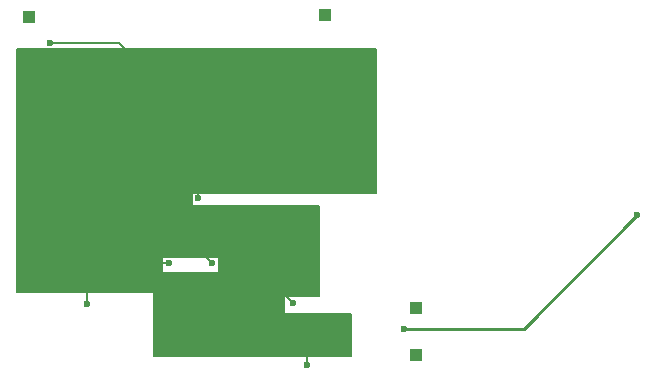
<source format=gbr>
%TF.GenerationSoftware,KiCad,Pcbnew,8.0.0*%
%TF.CreationDate,2024-03-27T14:53:21-02:30*%
%TF.ProjectId,wireless-power,77697265-6c65-4737-932d-706f7765722e,rev?*%
%TF.SameCoordinates,Original*%
%TF.FileFunction,Copper,L2,Bot*%
%TF.FilePolarity,Positive*%
%FSLAX46Y46*%
G04 Gerber Fmt 4.6, Leading zero omitted, Abs format (unit mm)*
G04 Created by KiCad (PCBNEW 8.0.0) date 2024-03-27 14:53:21*
%MOMM*%
%LPD*%
G01*
G04 APERTURE LIST*
%TA.AperFunction,Conductor*%
%ADD10C,0.200000*%
%TD*%
%TA.AperFunction,ComponentPad*%
%ADD11R,1.000000X1.000000*%
%TD*%
%TA.AperFunction,ViaPad*%
%ADD12C,0.600000*%
%TD*%
%TA.AperFunction,Conductor*%
%ADD13C,0.230000*%
%TD*%
G04 APERTURE END LIST*
%TO.N,GND*%
D10*
X130850000Y-80100000D02*
X139300000Y-80100000D01*
X139300000Y-83950000D01*
X130850000Y-83950000D01*
X130850000Y-80100000D01*
%TA.AperFunction,Conductor*%
G36*
X130850000Y-80100000D02*
G01*
X139300000Y-80100000D01*
X139300000Y-83950000D01*
X130850000Y-83950000D01*
X130850000Y-80100000D01*
G37*
%TD.AperFunction*%
X113750000Y-63000000D02*
X144150000Y-63000000D01*
X144150000Y-75200000D01*
X113750000Y-75200000D01*
X113750000Y-63000000D01*
%TA.AperFunction,Conductor*%
G36*
X113750000Y-63000000D02*
G01*
X144150000Y-63000000D01*
X144150000Y-75200000D01*
X113750000Y-75200000D01*
X113750000Y-63000000D01*
G37*
%TD.AperFunction*%
X113700000Y-80000000D02*
X125950000Y-80000000D01*
X125950000Y-83550000D01*
X113700000Y-83550000D01*
X113700000Y-80000000D01*
%TA.AperFunction,Conductor*%
G36*
X113700000Y-80000000D02*
G01*
X125950000Y-80000000D01*
X125950000Y-83550000D01*
X113700000Y-83550000D01*
X113700000Y-80000000D01*
G37*
%TD.AperFunction*%
X125300000Y-81950000D02*
X136300000Y-81950000D01*
X136300000Y-89000000D01*
X125300000Y-89000000D01*
X125300000Y-81950000D01*
%TA.AperFunction,Conductor*%
G36*
X125300000Y-81950000D02*
G01*
X136300000Y-81950000D01*
X136300000Y-89000000D01*
X125300000Y-89000000D01*
X125300000Y-81950000D01*
G37*
%TD.AperFunction*%
X136300000Y-85475000D02*
X142000000Y-85475000D01*
X142000000Y-89000000D01*
X136300000Y-89000000D01*
X136300000Y-85475000D01*
%TA.AperFunction,Conductor*%
G36*
X136300000Y-85475000D02*
G01*
X142000000Y-85475000D01*
X142000000Y-89000000D01*
X136300000Y-89000000D01*
X136300000Y-85475000D01*
G37*
%TD.AperFunction*%
X113700000Y-74350000D02*
X128500000Y-74350000D01*
X128500000Y-80650000D01*
X113700000Y-80650000D01*
X113700000Y-74350000D01*
%TA.AperFunction,Conductor*%
G36*
X113700000Y-74350000D02*
G01*
X128500000Y-74350000D01*
X128500000Y-80650000D01*
X113700000Y-80650000D01*
X113700000Y-74350000D01*
G37*
%TD.AperFunction*%
X128450000Y-76300000D02*
X139300000Y-76300000D01*
X139300000Y-80650000D01*
X128450000Y-80650000D01*
X128450000Y-76300000D01*
%TA.AperFunction,Conductor*%
G36*
X128450000Y-76300000D02*
G01*
X139300000Y-76300000D01*
X139300000Y-80650000D01*
X128450000Y-80650000D01*
X128450000Y-76300000D01*
G37*
%TD.AperFunction*%
%TD*%
D11*
%TO.P,TP3,1,1*%
%TO.N,/+5V*%
X139800000Y-60100000D03*
%TD*%
%TO.P,TP4,1,1*%
%TO.N,GND*%
X114700000Y-60300000D03*
%TD*%
%TO.P,TP2,1,1*%
%TO.N,/+5V*%
X147500000Y-88930000D03*
%TD*%
%TO.P,TP1,1,1*%
%TO.N,/+5V*%
X147500000Y-84900000D03*
%TD*%
D12*
%TO.N,GND*%
X130200000Y-81100000D03*
X119650000Y-84570000D03*
X137100000Y-84500000D03*
X129000000Y-75600000D03*
X126600000Y-81100000D03*
X116506342Y-62506342D03*
X138300000Y-89800000D03*
%TO.N,/+5V*%
X166250000Y-77100000D03*
X146500000Y-86750000D03*
%TD*%
D10*
%TO.N,GND*%
X126600000Y-77500000D02*
X121100000Y-77500000D01*
X126600000Y-81100000D02*
X124700000Y-81100000D01*
X137100000Y-84500000D02*
X135075000Y-82475000D01*
X119650000Y-78400000D02*
X128950000Y-69100000D01*
X129000000Y-69150000D02*
X122356342Y-62506342D01*
X122356342Y-62506342D02*
X116506342Y-62506342D01*
X129000000Y-75600000D02*
X129000000Y-69150000D01*
X119650000Y-84570000D02*
X119650000Y-78400000D01*
X124700000Y-81100000D02*
X121100000Y-77500000D01*
X135075000Y-82475000D02*
X135075000Y-82025000D01*
X138300000Y-88087500D02*
X139150000Y-87237500D01*
X130200000Y-81100000D02*
X126600000Y-77500000D01*
X138300000Y-89800000D02*
X138300000Y-88087500D01*
D13*
%TO.N,/+5V*%
X156600000Y-86750000D02*
X146500000Y-86750000D01*
X166250000Y-77100000D02*
X156600000Y-86750000D01*
%TD*%
M02*

</source>
